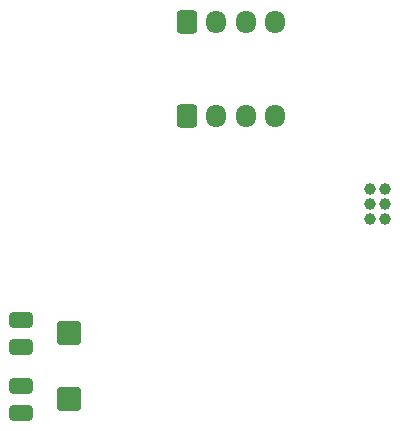
<source format=gbr>
%TF.GenerationSoftware,KiCad,Pcbnew,8.0.4*%
%TF.CreationDate,2024-08-09T19:06:39+02:00*%
%TF.ProjectId,Water Tank Monitor,57617465-7220-4546-916e-6b204d6f6e69,rev?*%
%TF.SameCoordinates,Original*%
%TF.FileFunction,Soldermask,Bot*%
%TF.FilePolarity,Negative*%
%FSLAX46Y46*%
G04 Gerber Fmt 4.6, Leading zero omitted, Abs format (unit mm)*
G04 Created by KiCad (PCBNEW 8.0.4) date 2024-08-09 19:06:39*
%MOMM*%
%LPD*%
G01*
G04 APERTURE LIST*
G04 Aperture macros list*
%AMRoundRect*
0 Rectangle with rounded corners*
0 $1 Rounding radius*
0 $2 $3 $4 $5 $6 $7 $8 $9 X,Y pos of 4 corners*
0 Add a 4 corners polygon primitive as box body*
4,1,4,$2,$3,$4,$5,$6,$7,$8,$9,$2,$3,0*
0 Add four circle primitives for the rounded corners*
1,1,$1+$1,$2,$3*
1,1,$1+$1,$4,$5*
1,1,$1+$1,$6,$7*
1,1,$1+$1,$8,$9*
0 Add four rect primitives between the rounded corners*
20,1,$1+$1,$2,$3,$4,$5,0*
20,1,$1+$1,$4,$5,$6,$7,0*
20,1,$1+$1,$6,$7,$8,$9,0*
20,1,$1+$1,$8,$9,$2,$3,0*%
G04 Aperture macros list end*
%ADD10C,1.000000*%
%ADD11RoundRect,0.250000X-0.600000X-0.725000X0.600000X-0.725000X0.600000X0.725000X-0.600000X0.725000X0*%
%ADD12O,1.700000X1.950000*%
%ADD13RoundRect,0.250000X-0.750000X0.400000X-0.750000X-0.400000X0.750000X-0.400000X0.750000X0.400000X0*%
%ADD14RoundRect,0.250000X-0.750000X0.750000X-0.750000X-0.750000X0.750000X-0.750000X0.750000X0.750000X0*%
G04 APERTURE END LIST*
D10*
%TO.C,J6*%
X151730000Y-77475000D03*
X153000000Y-77475000D03*
X151730000Y-76205000D03*
X153000000Y-76205000D03*
X151730000Y-74935000D03*
X153000000Y-74935000D03*
%TD*%
D11*
%TO.C,J1*%
X136250000Y-68725000D03*
D12*
X138750000Y-68725000D03*
X141250000Y-68725000D03*
X143750000Y-68725000D03*
%TD*%
D11*
%TO.C,J3*%
X136250000Y-60725000D03*
D12*
X138750000Y-60725000D03*
X141250000Y-60725000D03*
X143750000Y-60725000D03*
%TD*%
D13*
%TO.C,RV1*%
X122250000Y-91575000D03*
D14*
X126250000Y-92725000D03*
D13*
X122250000Y-93875000D03*
%TD*%
%TO.C,RV2*%
X122250000Y-85975000D03*
D14*
X126250000Y-87125000D03*
D13*
X122250000Y-88275000D03*
%TD*%
M02*

</source>
